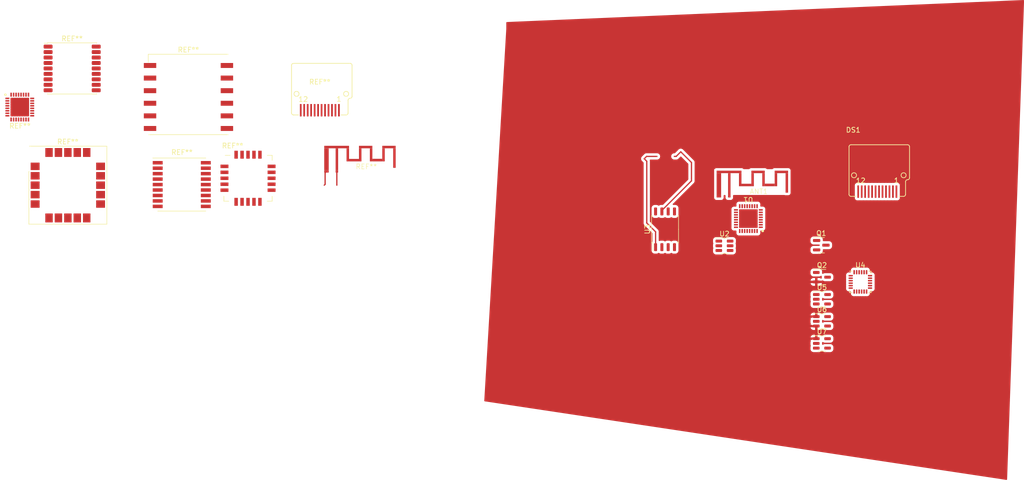
<source format=kicad_pcb>
(kicad_pcb (version 20221018) (generator pcbnew)
  (layers (0 "F.Cu" signal) (31 "B.Cu" signal) (34 "B.Paste" user) (35 "F.Paste" user) (36 "B.SilkS" user "B.Silkscreen") (37 "F.SilkS" user "F.Silkscreen") (38 "B.Mask" user) (39 "F.Mask" user) (44 "Edge.Cuts" user))
  (net 0 "")
  (net 1 "GND")
  (net 2 "Net-(ANT1-FEED)")
  (net 3 "/Display/TFT_LEDK")
  (net 4 "Net-(DS1-LEDA)")
  (net 5 "/Display/3V3")
  (net 6 "/Display/TFT_D{slash}C")
  (net 7 "/Display/TFT_CS")
  (net 8 "/Display/TFT_SCK")
  (net 9 "/Display/TFT_SDI")
  (net 10 "/Display/TFT_RST")
  (net 11 "Net-(Q1-G)")
  (net 12 "VBUS")
  (net 13 "+5V")
  (net 14 "/Battery&BMS/VBAT")
  (net 15 "Net-(U1-LNA_IN)")
  (net 16 "Net-(C5-Pad1)")
  (net 17 "/ESP32/XTAL_32K_N")
  (net 18 "/ESP32/XTAL_32K_P")
  (net 19 "/ESP32/SPI2_MISO")
  (net 22 "/ESP32/SPI2_QUADHD")
  (net 23 "/ESP32/SPI2_QUADWP")
  (net 24 "+3.3V")
  (net 25 "/ESP32/SPI2_CLK")
  (net 26 "/ESP32/SPI2_MOSI")
  (net 29 "/ESP32/SPI2_CS0")
  (net 30 "Net-(U1-VDD_SPI)")
  (net 31 "Net-(U1-SPIHD)")
  (net 32 "Net-(U1-SPIWP)")
  (net 33 "Net-(U1-SPICS0)")
  (net 34 "Net-(U1-SPICLK)")
  (net 35 "Net-(U1-SPID)")
  (net 36 "Net-(U1-SPIQ)")
  (net 37 "/ESP32/DP+")
  (net 38 "/ESP32/DM-")
  (net 39 "Net-(U1-U0RXD)")
  (net 40 "Net-(U1-U0TXD)")
  (net 41 "/ESP32/XTAL_N")
  (net 42 "/ESP32/XTAL_P")
  (net 43 "/ESP32/D-")
  (net 44 "/ESP32/D+")
  (net 45 "/ESP32/SPI_VDD")
  (net 46 "Net-(U4-CLKIN)")
  (net 53 "/ACCELEROMETER/3V3")
  (net 54 "Net-(U4-REGOUT)")
  (net 55 "Net-(U4-FSYNC)")
  (net 56 "/ACCELEROMETER/MPU_INT")
  (net 62 "Net-(U4-CPOUT)")
  (net 65 "/ACCELEROMETER/MPU_SCL")
  (net 66 "/ACCELEROMETER/MPU_SDA")
  (net 67 "Net-(U5-STAT)")
  (net 68 "Net-(U5-PROG)")
  (net 70 "/Battery&BMS/PWR_EN")
  (net 72 "/Battery&BMS/3V3")
  (footprint "Sensor_Motion:InvenSense_QFN-24_4x4mm_P0.5mm" (layer "F.Cu") (at 240.17 80.455)
    (fp_text reference "U4" (at 0 -3.375) (layer "F.SilkS"))
    (fp_text value "MPU-6050")
    (fp_line (start -2.15 -2.15) (end -1.625 -2.15) (stroke (width 0.15)) (layer "F.SilkS"))
    (fp_line (start -2.15 2.15) (end -2.15 1.625) (stroke (width 0.15)) (layer "F.SilkS"))
    (fp_line (start -2.15 2.15) (end -1.625 2.15) (stroke (width 0.15)) (layer "F.SilkS"))
    (fp_line (start 2.15 -2.15) (end 1.625 -2.15) (stroke (width 0.15)) (layer "F.SilkS"))
    (fp_line (start 2.15 -2.15) (end 2.15 -1.625) (stroke (width 0.15)) (layer "F.SilkS"))
    (fp_line (start 2.15 2.15) (end 1.625 2.15) (stroke (width 0.15)) (layer "F.SilkS"))
    (fp_line (start 2.15 2.15) (end 2.15 1.625) (stroke (width 0.15)) (layer "F.SilkS"))
    (pad "1" smd roundrect (at -1.95 -1.25) (size 0.85 0.3) (layers "F.Cu" "F.Paste" "F.Mask") (net 46 "Net-(U4-CLKIN)"))
    (pad "2" smd roundrect (at -1.95 -0.75) (size 0.85 0.3) (layers "F.Cu" "F.Paste" "F.Mask"))
    (pad "3" smd roundrect (at -1.95 -0.25) (size 0.85 0.3) (layers "F.Cu" "F.Paste" "F.Mask"))
    (pad "4" smd roundrect (at -1.95 0.25) (size 0.85 0.3) (layers "F.Cu" "F.Paste" "F.Mask"))
    (pad "5" smd roundrect (at -1.95 0.75) (size 0.85 0.3) (layers "F.Cu" "F.Paste" "F.Mask"))
    (pad "6" smd roundrect (at -1.95 1.25) (size 0.85 0.3) (layers "F.Cu" "F.Paste" "F.Mask"))
    (pad "7" smd roundrect (at -1.25 1.95 90) (size 0.85 0.3) (layers "F.Cu" "F.Paste" "F.Mask"))
    (pad "8" smd roundrect (at -0.75 1.95 90) (size 0.85 0.3) (layers "F.Cu" "F.Paste" "F.Mask") (net 53 "/ACCELEROMETER/3V3"))
    (pad "9" smd roundrect (at -0.25 1.95 90) (size 0.85 0.3) (layers "F.Cu" "F.Paste" "F.Mask") (net 1 "GND"))
    (pad "10" smd roundrect (at 0.25 1.95 90) (size 0.85 0.3) (layers "F.Cu" "F.Paste" "F.Mask") (net 54 "Net-(U4-REGOUT)"))
    (pad "11" smd roundrect (at 0.75 1.95 90) (size 0.85 0.3) (layers "F.Cu" "F.Paste" "F.Mask") (net 55 "Net-(U4-FSYNC)"))
    (pad "12" smd roundrect (at 1.25 1.95 90) (size 0.85 0.3) (layers "F.Cu" "F.Paste" "F.Mask") (net 56 "/ACCELEROMETER/MPU_INT"))
    (pad "13" smd roundrect (at 1.95 1.25) (size 0.85 0.3) (layers "F.Cu" "F.Paste" "F.Mask") (net 53 "/ACCELEROMETER/3V3"))
    (pad "14" smd roundrect (at 1.95 0.75) (size 0.85 0.3) (layers "F.Cu" "F.Paste" "F.Mask"))
    (pad "15" smd roundrect (at 1.95 0.25) (size 0.85 0.3) (layers "F.Cu" "F.Paste" "F.Mask"))
    (pad "16" smd roundrect (at 1.95 -0.25) (size 0.85 0.3) (layers "F.Cu" "F.Paste" "F.Mask"))
    (pad "17" smd roundrect (at 1.95 -0.75) (size 0.85 0.3) (layers "F.Cu" "F.Paste" "F.Mask"))
    (pad "18" smd roundrect (at 1.95 -1.25) (size 0.85 0.3) (layers "F.Cu" "F.Paste" "F.Mask") (net 1 "GND"))
    (pad "19" smd roundrect (at 1.25 -1.95 90) (size 0.85 0.3) (layers "F.Cu" "F.Paste" "F.Mask"))
    (pad "20" smd roundrect (at 0.75 -1.95 90) (size 0.85 0.3) (layers "F.Cu" "F.Paste" "F.Mask") (net 62 "Net-(U4-CPOUT)"))
    (pad "21" smd roundrect (at 0.25 -1.95 90) (size 0.85 0.3) (layers "F.Cu" "F.Paste" "F.Mask"))
    (pad "22" smd roundrect (at -0.25 -1.95 90) (size 0.85 0.3) (layers "F.Cu" "F.Paste" "F.Mask"))
    (pad "23" smd roundrect (at -0.75 -1.95 90) (size 0.85 0.3) (layers "F.Cu" "F.Paste" "F.Mask") (net 65 "/ACCELEROMETER/MPU_SCL"))
    (pad "24" smd roundrect (at -1.25 -1.95 90) (size 0.85 0.3) (layers "F.Cu" "F.Paste" "F.Mask") (net 66 "/ACCELEROMETER/MPU_SDA"))
    (zone (net 0) (net_name "") (layer "F.Cu") (connect_pads (clearance 0)) (min_thickness 0.254)
      (keepout (tracks not_allowed) (vias not_allowed) (pads not_allowed) (copperpour not_allowed) (footprints allowed))
      (fill (thermal_gap 0.508) (thermal_bridge_width 0.508))
      (polygon (pts (xy 238.795 79.13) (xy 241.545 79.13) (xy 241.545 81.78) (xy 238.795 81.78)))
    )
  )
  (footprint "Project:IFA_2.4GHz" (layer "F.Cu") (at 211.195 63.43)
    (fp_text reference "ANT1" (at 8.5 -1.2 unlocked) (layer "F.SilkS") (effects (font (thickness 0.1))))
    (fp_text value "~")
    (fp_rect (start 0 -4.9) (end 5 -5.4) (fill solid) (layer "F.Cu"))
    (fp_rect (start 0 -0.5) (end 0.9 -4.9) (fill solid) (layer "F.Cu"))
    (fp_rect (start 2.3 -0.5) (end 2.8 -4.9) (fill solid) (layer "F.Cu"))
    (fp_rect (start 4.5 -2.26) (end 5 -4.9) (fill solid) (layer "F.Cu"))
    (fp_rect (start 5 -2.26) (end 7 -2.76) (fill solid) (layer "F.Cu"))
    (fp_rect (start 7 -4.9) (end 9.7 -5.4) (fill solid) (layer "F.Cu"))
    (fp_rect (start 7 -2.26) (end 7.5 -4.9) (fill solid) (layer "F.Cu"))
    (fp_rect (start 9.2 -2.26) (end 9.7 -4.9) (fill solid) (layer "F.Cu"))
    (fp_rect (start 9.7 -2.26) (end 11.7 -2.78) (fill solid) (layer "F.Cu"))
    (fp_rect (start 11.7 -4.9) (end 14.4 -5.4) (fill solid) (layer "F.Cu"))
    (fp_rect (start 11.7 -2.26) (end 12.2 -4.9) (fill solid) (layer "F.Cu"))
    (fp_rect (start 13.9 -0.96) (end 14.4 -4.9) (fill solid) (layer "F.Cu"))
    (pad "1" smd custom (at 0.45 -0.25) (size 0.9 0.5) (layers "F.Cu" "F.Paste" "F.Mask") (net 1 "GND") (options (clearance outline) (anchor rect)) (primitives))
    (pad "2" smd rect (at 2.55 -0.25) (size 0.5 0.5) (layers "F.Cu" "F.Paste" "F.Mask") (net 2 "Net-(ANT1-FEED)"))
    (zone (net 0) (net_name "") (layer "F.Cu") (name "Keepout") (connect_pads (clearance 0)) (min_thickness 0.25)
      (keepout (tracks not_allowed) (vias not_allowed) (pads not_allowed) (copperpour not_allowed) (footprints not_allowed))
      (fill (thermal_gap 0.5) (thermal_bridge_width 0.5))
      (polygon (pts (xy 210.695 57.73) (xy 210.695 62.93) (xy 225.895 62.93) (xy 225.895 57.73)))
    )
  )
  (footprint "RF_GPS:Sierra_XM11X0" (layer "F.Cu") (at 116.713 59.563)
    (fp_text reference "REF**" (at -3.1 -6.55) (layer "F.SilkS"))
    (fp_text value "Sierra_XM11X0")
    (fp_line (start -4.87 4.62) (end -4.87 3.62) (stroke (width 0.12)) (layer "F.SilkS"))
    (fp_line (start -4.6 -4.62) (end -3.6 -4.62) (stroke (width 0.12)) (layer "F.SilkS"))
    (fp_line (start -3.87 4.62) (end -4.87 4.62) (stroke (width 0.12)) (layer "F.SilkS"))
    (fp_line (start 3.87 -4.62) (end 4.87 -4.62) (stroke (width 0.12)) (layer "F.SilkS"))
    (fp_line (start 3.87 4.62) (end 4.87 4.62) (stroke (width 0.12)) (layer "F.SilkS"))
    (fp_line (start 4.87 -4.62) (end 4.87 -3.62) (stroke (width 0.12)) (layer "F.SilkS"))
    (fp_line (start 4.87 4.62) (end 4.87 3.62) (stroke (width 0.12)) (layer "F.SilkS"))
    (pad "1" smd rect (at -4.75 -2.4) (size 1.6 0.7) (layers "F.Cu" "F.Paste" "F.Mask"))
    (pad "2" smd rect (at -4.75 -1.2) (size 1.6 0.7) (layers "F.Cu" "F.Paste" "F.Mask"))
    (pad "3" smd rect (at -4.75 0) (size 1.6 0.7) (layers "F.Cu" "F.Paste" "F.Mask"))
    (pad "4" smd rect (at -4.75 1.2) (size 1.6 0.7) (layers "F.Cu" "F.Paste" "F.Mask"))
    (pad "5" smd rect (at -4.75 2.4) (size 1.6 0.7) (layers "F.Cu" "F.Paste" "F.Mask"))
    (pad "6" smd rect (at -2.4 4.75) (size 0.7 1.6) (layers "F.Cu" "F.Paste" "F.Mask"))
    (pad "7" smd rect (at -1.2 4.75) (size 0.7 1.6) (layers "F.Cu" "F.Paste" "F.Mask"))
    (pad "8" smd rect (at 0 4.75) (size 0.7 1.6) (layers "F.Cu" "F.Paste" "F.Mask"))
    (pad "9" smd rect (at 1.2 4.75) (size 0.7 1.6) (layers "F.Cu" "F.Paste" "F.Mask"))
    (pad "10" smd rect (at 2.4 4.75) (size 0.7 1.6) (layers "F.Cu" "F.Paste" "F.Mask"))
    (pad "11" smd rect (at 4.75 2.4) (size 1.6 0.7) (layers "F.Cu" "F.Paste" "F.Mask"))
    (pad "12" smd rect (at 4.75 1.2) (size 1.6 0.7) (layers "F.Cu" "F.Paste" "F.Mask"))
    (pad "13" smd rect (at 4.75 0) (size 1.6 0.7) (layers "F.Cu" "F.Paste" "F.Mask"))
    (pad "14" smd rect (at 4.75 -1.2) (size 1.6 0.7) (layers "F.Cu" "F.Paste" "F.Mask"))
    (pad "15" smd rect (at 4.75 -2.4) (size 1.6 0.7) (layers "F.Cu" "F.Paste" "F.Mask"))
    (pad "16" smd rect (at 2.4 -4.75) (size 0.7 1.6) (layers "F.Cu" "F.Paste" "F.Mask"))
    (pad "17" smd rect (at 1.2 -4.75) (size 0.7 1.6) (layers "F.Cu" "F.Paste" "F.Mask"))
    (pad "18" smd rect (at 0 -4.75) (size 0.7 1.6) (layers "F.Cu" "F.Paste" "F.Mask"))
    (pad "19" smd rect (at -1.2 -4.75) (size 0.7 1.6) (layers "F.Cu" "F.Paste" "F.Mask"))
    (pad "20" smd rect (at -2.4 -4.75) (size 0.7 1.6) (layers "F.Cu" "F.Paste" "F.Mask"))
  )
  (footprint "Project:GC9A01_TOP" (layer "F.Cu") (at 243.816 56.176)
    (fp_text reference "DS1" (at -5.08 -6.35 unlocked) (layer "F.SilkS"))
    (fp_text value "~")
    (fp_text user "1" (at 3.62 3.83) (layer "F.SilkS"))
    (fp_text user "12" (at -3.58 3.88) (layer "F.SilkS"))
    (fp_line (start -5.93 -2.97) (end -5.93 6.63) (stroke (width 0.15)) (layer "F.SilkS"))
    (fp_line (start -5.53 7.03) (end -4.53 7.03) (stroke (width 0.15)) (layer "F.SilkS"))
    (fp_line (start 4.07 7.03) (end 5.07 7.03) (stroke (width 0.15)) (layer "F.SilkS"))
    (fp_line (start 5.47 4.08) (end 5.47 6.68) (stroke (width 0.15)) (layer "F.SilkS"))
    (fp_line (start 5.87 -3.37) (end -5.53 -3.37) (stroke (width 0.15)) (layer "F.SilkS"))
    (fp_line (start 6.27 -2.97) (end 6.27 3.28) (stroke (width 0.15)) (layer "F.SilkS"))
    (fp_arc (start -5.93 -2.97) (mid -5.812843 -3.252843) (end -5.53 -3.37) (stroke (width 0.15)) (layer "F.SilkS"))
    (fp_arc (start -5.53 7.03) (mid -5.812843 6.912843) (end -5.93 6.63) (stroke (width 0.15)) (layer "F.SilkS"))
    (fp_arc (start 5.47 4.08) (mid 5.587157 3.797157) (end 5.87 3.68) (stroke (width 0.15)) (layer "F.SilkS"))
    (fp_arc (start 5.47 6.63) (mid 5.352843 6.912843) (end 5.07 7.03) (stroke (width 0.15)) (layer "F.SilkS"))
    (fp_arc (start 5.87 -3.37) (mid 6.152843 -3.252843) (end 6.27 -2.97) (stroke (width 0.15)) (layer "F.SilkS"))
    (fp_arc (start 6.27 3.28) (mid 6.152843 3.562843) (end 5.87 3.68) (stroke (width 0.15)) (layer "F.SilkS"))
    (fp_circle (center -4.93 2.78) (end -4.43 2.78) (stroke (width 0.15)) (fill none) (layer "F.SilkS"))
    (fp_circle (center 5.07 2.78) (end 5.57 2.78) (stroke (width 0.15)) (fill none) (layer "F.SilkS"))
    (pad "1" smd rect (at 3.62 6.08) (size 0.35 2.5) (layers "F.Cu" "F.Paste" "F.Mask") (net 1 "GND"))
    (pad "2" smd rect (at 2.92 6.08) (size 0.35 2.5) (layers "F.Cu" "F.Paste" "F.Mask") (net 3 "/Display/TFT_LEDK"))
    (pad "3" smd rect (at 2.22 6.08) (size 0.35 2.5) (layers "F.Cu" "F.Paste" "F.Mask") (net 4 "Net-(DS1-LEDA)"))
    (pad "4" smd rect (at 1.52 6.08) (size 0.35 2.5) (layers "F.Cu" "F.Paste" "F.Mask") (net 5 "/Display/3V3"))
    (pad "5" smd rect (at 0.82 6.08) (size 0.35 2.5) (layers "F.Cu" "F.Paste" "F.Mask") (net 1 "GND"))
    (pad "6" smd rect (at 0.12 6.08) (size 0.35 2.5) (layers "F.Cu" "F.Paste" "F.Mask") (net 1 "GND"))
    (pad "7" smd rect (at -0.58 6.08) (size 0.35 2.5) (layers "F.Cu" "F.Paste" "F.Mask") (net 6 "/Display/TFT_D{slash}C"))
    (pad "8" smd rect (at -1.28 6.08) (size 0.35 2.5) (layers "F.Cu" "F.Paste" "F.Mask") (net 7 "/Display/TFT_CS"))
    (pad "9" smd rect (at -1.98 6.08) (size 0.35 2.5) (layers "F.Cu" "F.Paste" "F.Mask") (net 8 "/Display/TFT_SCK"))
    (pad "10" smd rect (at -2.68 6.08) (size 0.35 2.5) (layers "F.Cu" "F.Paste" "F.Mask") (net 9 "/Display/TFT_SDI"))
    (pad "11" smd rect (at -3.38 6.08) (size 0.35 2.5) (layers "F.Cu" "F.Paste" "F.Mask") (net 10 "/Display/TFT_RST"))
    (pad "12" smd rect (at -4.08 6.08) (size 0.35 2.5) (layers "F.Cu" "F.Paste" "F.Mask") (net 1 "GND"))
  )
  (footprint "Project:IFA_2.4GHz" (layer "F.Cu") (at 132.08 58.42)
    (fp_text reference "REF**" (at 8.5 -1.2 unlocked) (layer "F.SilkS") (effects (font (thickness 0.1))))
    (fp_text value "IFA_2.4GHz")
    (fp_rect (start 0 -4.9) (end 5 -5.4) (fill solid) (layer "F.Cu"))
    (fp_rect (start 0 -0.5) (end 0.9 -4.9) (fill solid) (layer "F.Cu"))
    (fp_rect (start 2.3 -0.5) (end 2.8 -4.9) (fill solid) (layer "F.Cu"))
    (fp_rect (start 4.5 -2.26) (end 5 -4.9) (fill solid) (layer "F.Cu"))
    (fp_rect (start 5 -2.26) (end 7 -2.76) (fill solid) (layer "F.Cu"))
    (fp_rect (start 7 -4.9) (end 9.7 -5.4) (fill solid) (layer "F.Cu"))
    (fp_rect (start 7 -2.26) (end 7.5 -4.9) (fill solid) (layer "F.Cu"))
    (fp_rect (start 9.2 -2.26) (end 9.7 -4.9) (fill solid) (layer "F.Cu"))
    (fp_rect (start 9.7 -2.26) (end 11.7 -2.78) (fill solid) (layer "F.Cu"))
    (fp_rect (start 11.7 -4.9) (end 14.4 -5.4) (fill solid) (layer "F.Cu"))
    (fp_rect (start 11.7 -2.26) (end 12.2 -4.9) (fill solid) (layer "F.Cu"))
    (fp_rect (start 13.9 -0.96) (end 14.4 -4.9) (fill solid) (layer "F.Cu"))
    (pad "1" smd custom (at 0.45 -0.25) (size 0.9 0.5) (layers "F.Cu" "F.Paste" "F.Mask") (options (clearance outline) (anchor rect)) (primitives))
    (pad "2" smd rect (at 2.55 -0.25) (size 0.5 0.5) (layers "F.Cu" "F.Paste" "F.Mask"))
    (zone (net 0) (net_name "") (layer "F.Cu") (name "Keepout") (connect_pads (clearance 0)) (min_thickness 0.25)
      (keepout (tracks not_allowed) (vias not_allowed) (pads not_allowed) (copperpour not_allowed) (footprints not_allowed))
      (fill (thermal_gap 0.5) (thermal_bridge_width 0.5))
      (polygon (pts (xy 131.58 52.72) (xy 131.58 57.92) (xy 146.78 57.92) (xy 146.78 52.72)))
    )
  )
  (footprint "Package_TO_SOT_SMD:SOT-23" (layer "F.Cu") (at 232.29 73.055)
    (fp_text reference "Q1" (at 0 -2.4) (layer "F.SilkS"))
    (fp_text value "2N7002")
    (fp_line (start 0 -1.56) (end -1.675 -1.56) (stroke (width 0.12)) (layer "F.SilkS"))
    (fp_line (start 0 -1.56) (end 0.65 -1.56) (stroke (width 0.12)) (layer "F.SilkS"))
    (fp_line (start 0 1.56) (end -0.65 1.56) (stroke (width 0.12)) (layer "F.SilkS"))
    (fp_line (start 0 1.56) (end 0.65 1.56) (stroke (width 0.12)) (layer "F.SilkS"))
    (pad "1" smd roundrect (at -0.9375 -0.95) (size 1.475 0.6) (layers "F.Cu" "F.Paste" "F.Mask") (net 11 "Net-(Q1-G)"))
    (pad "2" smd roundrect (at -0.9375 0.95) (size 1.475 0.6) (layers "F.Cu" "F.Paste" "F.Mask") (net 1 "GND"))
    (pad "3" smd roundrect (at 0.9375 0) (size 1.475 0.6) (layers "F.Cu" "F.Paste" "F.Mask") (net 3 "/Display/TFT_LEDK"))
  )
  (footprint "RF_GPS:ublox_SAM-M8Q" (layer "F.Cu") (at 80.391 60.96)
    (fp_text reference "REF**" (at 0 -8.75) (layer "F.SilkS"))
    (fp_text value "ublox_SAM-M8Q")
    (fp_line (start -7.86 -2.8) (end -7.86 7.86) (stroke (width 0.12)) (layer "F.SilkS"))
    (fp_line (start -7.86 7.86) (end 7.86 7.86) (stroke (width 0.12)) (layer "F.SilkS"))
    (fp_line (start -7.75 -7.86) (end 7.86 -7.86) (stroke (width 0.12)) (layer "F.SilkS"))
    (fp_line (start 7.86 -7.86) (end 7.86 7.86) (stroke (width 0.12)) (layer "F.SilkS"))
    (pad "1" smd rect (at -6.6 -3.8) (size 1.8 1.5) (layers "F.Cu" "F.Mask"))
    (pad "2" smd rect (at -6.6 -1.9) (size 1.8 1.5) (layers "F.Cu" "F.Mask"))
    (pad "3" smd rect (at -6.6 0) (size 1.8 1.5) (layers "F.Cu" "F.Mask"))
    (pad "4" smd rect (at -6.6 1.9) (size 1.8 1.5) (layers "F.Cu" "F.Mask"))
    (pad "5" smd rect (at -6.6 3.8) (size 1.8 1.5) (layers "F.Cu" "F.Mask"))
    (pad "6" smd rect (at -3.8 6.6) (size 1.5 1.8) (layers "F.Cu" "F.Mask"))
    (pad "7" smd rect (at -1.9 6.6) (size 1.5 1.8) (layers "F.Cu" "F.Mask"))
    (pad "8" smd rect (at 0 6.6) (size 1.5 1.8) (layers "F.Cu" "F.Mask"))
    (pad "9" smd rect (at 1.9 6.6) (size 1.5 1.8) (layers "F.Cu" "F.Mask"))
    (pad "10" smd rect (at 3.8 6.6) (size 1.5 1.8) (layers "F.Cu" "F.Mask"))
    (pad "11" smd rect (at 6.6 3.8) (size 1.8 1.5) (layers "F.Cu" "F.Mask"))
    (pad "12" smd rect (at 6.6 1.9) (size 1.8 1.5) (layers "F.Cu" "F.Mask"))
    (pad "13" smd rect (at 6.6 0) (size 1.8 1.5) (layers "F.Cu" "F.Mask"))
    (pad "14" smd rect (at 6.6 -1.9) (size 1.8 1.5) (layers "F.Cu" "F.Mask"))
    (pad "15" smd rect (at 6.6 -3.8) (size 1.8 1.5) (layers "F.Cu" "F.Mask"))
    (pad "16" smd rect (at 3.8 -6.6) (size 1.5 1.8) (layers "F.Cu" "F.Mask"))
    (pad "17" smd rect (at 1.9 -6.6) (size 1.5 1.8) (layers "F.Cu" "F.Mask"))
    (pad "18" smd rect (at 0 -6.6) (size 1.5 1.8) (layers "F.Cu" "F.Mask"))
    (pad "19" smd rect (at -1.9 -6.6) (size 1.5 1.8) (layers "F.Cu" "F.Mask"))
    (pad "20" smd rect (at -3.8 -6.6) (size 1.5 1.8) (layers "F.Cu" "F.Mask"))
  )
  (footprint "Package_TO_SOT_SMD:SOT-23-5" (layer "F.Cu") (at 232.42 83.955)
    (fp_text reference "U5" (at 0 -2.4) (layer "F.SilkS"))
    (fp_text value "MCP73832-2-OT")
    (fp_line (start 0 -1.56) (end -1.8 -1.56) (stroke (width 0.12)) (layer "F.SilkS"))
    (fp_line (start 0 -1.56) (end 0.8 -1.56) (stroke (width 0.12)) (layer "F.SilkS"))
    (fp_line (start 0 1.56) (end -0.8 1.56) (stroke (width 0.12)) (layer "F.SilkS"))
    (fp_line (start 0 1.56) (end 0.8 1.56) (stroke (width 0.12)) (layer "F.SilkS"))
    (pad "1" smd roundrect (at -1.1375 -0.95) (size 1.325 0.6) (layers "F.Cu" "F.Paste" "F.Mask") (net 67 "Net-(U5-STAT)"))
    (pad "2" smd roundrect (at -1.1375 0) (size 1.325 0.6) (layers "F.Cu" "F.Paste" "F.Mask") (net 1 "GND"))
    (pad "3" smd roundrect (at -1.1375 0.95) (size 1.325 0.6) (layers "F.Cu" "F.Paste" "F.Mask") (net 14 "/Battery&BMS/VBAT"))
    (pad "4" smd roundrect (at 1.1375 0.95) (size 1.325 0.6) (layers "F.Cu" "F.Paste" "F.Mask") (net 12 "VBUS"))
    (pad "5" smd roundrect (at 1.1375 -0.95) (size 1.325 0.6) (layers "F.Cu" "F.Paste" "F.Mask") (net 68 "Net-(U5-PROG)"))
  )
  (footprint "RF_GPS:Quectel_L80-R" (layer "F.Cu") (at 104.707767 42.671767)
    (fp_text reference "REF**" (at 0 -9 -180) (layer "F.SilkS"))
    (fp_text value "Quectel_L80-R")
    (fp_line (start -8.11 -8.11) (end -8.11 -6.5) (stroke (width 0.12)) (layer "F.SilkS"))
    (fp_line (start 8 -8.11) (end -8.11 -8.11) (stroke (width 0.12)) (layer "F.SilkS"))
    (fp_line (start 8 8.11) (end -8 8.11) (stroke (width 0.12)) (layer "F.SilkS"))
    (pad "1" smd rect (at -7.75 -5.85 180) (size 2.5 1) (layers "F.Cu" "F.Paste" "F.Mask"))
    (pad "2" smd rect (at -7.75 -3.31 180) (size 2.5 1) (layers "F.Cu" "F.Paste" "F.Mask"))
    (pad "3" smd rect (at -7.75 -0.77 180) (size 2.5 1) (layers "F.Cu" "F.Paste" "F.Mask"))
    (pad "4" smd rect (at -7.75 1.77 180) (size 2.5 1) (layers "F.Cu" "F.Paste" "F.Mask"))
    (pad "5" smd rect (at -7.75 4.31 180) (size 2.5 1) (layers "F.Cu" "F.Paste" "F.Mask"))
    (pad "6" smd rect (at -7.75 6.85 180) (size 2.5 1) (layers "F.Cu" "F.Paste" "F.Mask"))
    (pad "7" smd rect (at 7.75 6.85 180) (size 2.5 1) (layers "F.Cu" "F.Paste" "F.Mask"))
    (pad "8" smd rect (at 7.75 4.31 180) (size 2.5 1) (layers "F.Cu" "F.Paste" "F.Mask"))
    (pad "9" smd rect (at 7.75 1.77 180) (size 2.5 1) (layers "F.Cu" "F.Paste" "F.Mask"))
    (pad "10" smd rect (at 7.75 -0.77 180) (size 2.5 1) (layers "F.Cu" "F.Paste" "F.Mask"))
    (pad "11" smd rect (at 7.75 -3.31 180) (size 2.5 1) (layers "F.Cu" "F.Paste" "F.Mask"))
    (pad "12" smd rect (at 7.75 -5.85 180) (size 2.5 1) (layers "F.Cu" "F.Paste" "F.Mask"))
    (zone (net 0) (net_name "") (layer "F.Cu") (connect_pads (clearance 0)) (min_thickness 0.254)
      (keepout (tracks not_allowed) (vias not_allowed) (pads not_allowed) (copperpour not_allowed) (footprints not_allowed))
      (fill (thermal_gap 0.508) (thermal_bridge_width 0.508))
      (polygon (pts (xy 105.362542 42.041767) (xy 105.343479 41.823878) (xy 105.28687 41.612609) (xy 105.194434 41.41438) (xy 105.06898 41.235213) (xy 104.914321 41.080554) (xy 104.735155 40.9551) (xy 104.536925 40.862664) (xy 104.325656 40.806055) (xy 104.107767 40.786992) (xy 103.889878 40.806055) (xy 103.678609 40.862664) (xy 103.48038 40.9551) (xy 103.301213 41.080554) (xy 103.146554 41.235213) (xy 103.0211 41.41438) (xy 102.928664 41.612609) (xy 102.872055 41.823878) (xy 102.852992 42.041767) (xy 102.872055 42.259656) (xy 102.928664 42.470925) (xy 103.0211 42.669154) (xy 103.146554 42.848321) (xy 103.301213 43.00298) (xy 103.480379 43.128434) (xy 103.678609 43.22087) (xy 103.889878 43.277479) (xy 104.107767 43.296542) (xy 104.325656 43.277479) (xy 104.536925 43.22087) (xy 104.735155 43.128434) (xy 104.914321 43.00298) (xy 105.06898 42.848321) (xy 105.194434 42.669154) (xy 105.28687 42.470925) (xy 105.343479 42.259656)))
    )
  )
  (footprint "RF_GPS:SIM28ML" (layer "F.Cu") (at 103.354 60.833)
    (fp_text reference "REF**" (at 0.05 -6.5) (layer "F.SilkS"))
    (fp_text value "SIM28ML")
    (fp_line (start -5.85 -5.35) (end 4.85 -5.35) (stroke (width 0.12)) (layer "F.SilkS"))
    (fp_line (start -4.85 5.35) (end 4.85 5.35) (stroke (width 0.12)) (layer "F.SilkS"))
    (pad "1" smd rect (at -4.85 -4.4) (size 2 0.7) (layers "F.Cu" "F.Paste" "F.Mask"))
    (pad "2" smd rect (at -4.85 -3.3) (size 2 0.7) (layers "F.Cu" "F.Paste" "F.Mask"))
    (pad "3" smd rect (at -4.85 -2.2) (size 2 0.7) (layers "F.Cu" "F.Paste" "F.Mask"))
    (pad "4" smd rect (at -4.85 -1.1) (size 2 0.7) (layers "F.Cu" "F.Paste" "F.Mask"))
    (pad "5" smd rect (at -4.85 0) (size 2 0.7) (layers "F.Cu" "F.Paste" "F.Mask"))
    (pad "6" smd rect (at -4.85 1.1) (size 2 0.7) (layers "F.Cu" "F.Paste" "F.Mask"))
    (pad "7" smd rect (at -4.85 2.2) (size 2 0.7) (layers "F.Cu" "F.Paste" "F.Mask"))
    (pad "8" smd rect (at -4.85 3.3) (size 2 0.7) (layers "F.Cu" "F.Paste" "F.Mask"))
    (pad "9" smd rect (at -4.85 4.4) (size 2 0.7) (layers "F.Cu" "F.Paste" "F.Mask"))
    (pad "10" smd rect (at 4.85 4.4) (size 2 0.7) (layers "F.Cu" "F.Paste" "F.Mask"))
    (pad "11" smd rect (at 4.85 3.3) (size 2 0.7) (layers "F.Cu" "F.Paste" "F.Mask"))
    (pad "12" smd rect (at 4.85 2.2) (size 2 0.7) (layers "F.Cu" "F.Paste" "F.Mask"))
    (pad "13" smd rect (at 4.85 1.1) (size 2 0.7) (layers "F.Cu" "F.Paste" "F.Mask"))
    (pad "14" smd rect (at 4.85 0) (size 2 0.7) (layers "F.Cu" "F.Paste" "F.Mask"))
    (pad "15" smd rect (at 4.85 -1.1) (size 2 0.7) (layers "F.Cu" "F.Paste" "F.Mask"))
    (pad "16" smd rect (at 4.85 -2.2) (size 2 0.7) (layers "F.Cu" "F.Paste" "F.Mask"))
    (pad "17" smd rect (at 4.85 -3.3) (size 2 0.7) (layers "F.Cu" "F.Paste" "F.Mask"))
    (pad "18" smd rect (at 4.85 -4.4) (size 2 0.7) (layers "F.Cu" "F.Paste" "F.Mask"))
  )
  (footprint "Package_TO_SOT_SMD:SOT-23-5" (layer "F.Cu") (at 232.42 88.405)
    (fp_text reference "U6" (at 0 -2.4) (layer "F.SilkS"))
    (fp_text value "XC6210B332MR")
    (fp_line (start 0 -1.56) (end -1.8 -1.56) (stroke (width 0.12)) (layer "F.SilkS"))
    (fp_line (start 0 -1.56) (end 0.8 -1.56) (stroke (width 0.12)) (layer "F.SilkS"))
    (fp_line (start 0 1.56) (end -0.8 1.56) (stroke (width 0.12)) (layer "F.SilkS"))
    (fp_line (start 0 1.56) (end 0.8 1.56) (stroke (width 0.12)) (layer "F.SilkS"))
    (pad "1" smd roundrect (at -1.1375 -0.95) (size 1.325 0.6) (layers "F.Cu" "F.Paste" "F.Mask") (net 13 "+5V"))
    (pad "2" smd roundrect (at -1.1375 0) (size 1.325 0.6) (layers "F.Cu" "F.Paste" "F.Mask") (net 1 "GND"))
    (pad "3" smd roundrect (at -1.1375 0.95) (size 1.325 0.6) (layers "F.Cu" "F.Paste" "F.Mask") (net 13 "+5V"))
    (pad "4" smd roundrect (at 1.1375 0.95) (size 1.325 0.6) (layers "F.Cu" "F.Paste" "F.Mask"))
    (pad "5" smd roundrect (at 1.1375 -0.95) (size 1.325 0.6) (layers "F.Cu" "F.Paste" "F.Mask") (net 24 "+3.3V"))
  )
  (footprint "RF_GPS:Quectel_L70-R" (layer "F.Cu") (at 81.256 37.42)
    (fp_text reference "REF**" (at 0 -6) (layer "F.SilkS"))
    (fp_text value "Quectel_L70-R")
    (fp_line (start -5.65 -5.06) (end -4.96 -5.06) (stroke (width 0.12)) (layer "F.SilkS"))
    (fp_line (start -4.96 -5.16) (end -4.96 -5.06) (stroke (width 0.12)) (layer "F.SilkS"))
    (fp_line (start -4.96 -5.16) (end 4.96 -5.16) (stroke (width 0.12)) (layer "F.SilkS"))
    (fp_line (start -4.96 5.06) (end -4.96 5.16) (stroke (width 0.12)) (layer "F.SilkS"))
    (fp_line (start -4.96 5.16) (end 4.96 5.16) (stroke (width 0.12)) (layer "F.SilkS"))
    (fp_line (start 4.96 -5.16) (end 4.96 -5.06) (stroke (width 0.12)) (layer "F.SilkS"))
    (fp_line (start 4.96 5.06) (end 4.96 5.16) (stroke (width 0.12)) (layer "F.SilkS"))
    (pad "1" smd roundrect (at -4.85 -4.4) (size 1.8 0.8) (layers "F.Cu" "F.Paste" "F.Mask"))
    (pad "2" smd roundrect (at -4.85 -3.3) (size 1.8 0.8) (layers "F.Cu" "F.Paste" "F.Mask"))
    (pad "3" smd roundrect (at -4.85 -2.2) (size 1.8 0.8) (layers "F.Cu" "F.Paste" "F.Mask"))
    (pad "4" smd roundrect (at -4.85 -1.1) (size 1.8 0.8) (layers "F.Cu" "F.Paste" "F.Mask"))
    (pad "5" smd roundrect (at -4.85 0) (size 1.8 0.8) (layers "F.Cu" "F.Paste" "F.Mask"))
    (pad "6" smd roundrect (at -4.85 1.1) (size 1.8 0.8) (layers "F.Cu" "F.Paste" "F.Mask"))
    (pad "7" smd roundrect (at -4.85 2.2) (size 1.8 0.8) (layers "F.Cu" "F.Paste" "F.Mask"))
    (pad "8" smd roundrect (at -4.85 3.3) (size 1.8 0.8) (layers "F.Cu" "F.Paste" "F.Mask"))
    (pad "9" smd roundrect (at -4.85 4.4) (size 1.8 0.8) (layers "F.Cu" "F.Paste" "F.Mask"))
    (pad "10" smd roundrect (at 4.85 4.4) (size 1.8 0.8) (layers "F.Cu" "F.Paste" "F.Mask"))
    (pad "11" smd roundrect (at 4.85 3.3) (size 1.8 0.8) (layers "F.Cu" "F.Paste" "F.Mask"))
    (pad "12" smd roundrect (at 4.85 2.2) (size 1.8 0.8) (layers "F.Cu" "F.Paste" "F.Mask"))
    (pad "13" smd roundrect (at 4.85 1.1) (size 1.8 0.8) (layers "F.Cu" "F.Paste" "F.Mask"))
    (pad "14" smd roundrect (at 4.85 0) (size 1.8 0.8) (layers "F.Cu" "F.Paste" "F.Mask"))
    (pad "15" smd roundrect (at 4.85 -1.1) (size 1.8 0.8) (layers "F.Cu" "F.Paste" "F.Mask"))
    (pad "16" smd roundrect (at 4.85 -2.2) (size 1.8 0.8) (layers "F.Cu" "F.Paste" "F.Mask"))
    (pad "17" smd roundrect (at 4.85 -3.3) (size 1.8 0.8) (layers "F.Cu" "F.Paste" "F.Mask"))
    (pad "18" smd roundrect (at 4.85 -4.4) (size 1.8 0.8) (layers "F.Cu" "F.Paste" "F.Mask"))
  )
  (footprint "Footprint:VFQFN-32" (layer "F.Cu") (at 70.739 45.212)
    (fp_text reference "REF**" (at 0 3.81 unlocked) (layer "F.SilkS"))
    (fp_text value "VFQFN-32")
    (fp_circle (center -2.94 -2.5) (end -2.94 -2.375) (stroke (width 0.25)) (fill none) (layer "F.SilkS"))
    (pad "1" smd rect (at -2.54 -1.75 90) (size 0.3 0.8) (layers "F.Cu" "F.Paste" "F.Mask"))
    (pad "2" smd rect (at -2.54 -1.25 90) (size 0.3 0.8) (layers "F.Cu" "F.Paste" "F.Mask"))
    (pad "3" smd rect (at -2.54 -0.75 90) (size 0.3 0.8) (layers "F.Cu" "F.Paste" "F.Mask"))
    (pad "4" smd rect (at -2.54 -0.25 90) (size 0.3 0.8) (layers "F.Cu" "F.Paste" "F.Mask"))
    (pad "5" smd rect (at -2.54 0.25 90) (size 0.3 0.8) (layers "F.Cu" "F.Paste" "F.Mask"))
    (pad "6" smd rect (at -2.54 0.75 90) (size 0.3 0.8) (layers "F.Cu" "F.Paste" "F.Mask"))
    (pad "7" smd rect (at -2.54 1.25 90) (size 0.3 0.8) (layers "F.Cu" "F.Paste" "F.Mask"))
    (pad "8" smd rect (at -2.54 1.75 90) (size 0.3 0.8) (layers "F.Cu" "F.Paste" "F.Mask"))
    (pad "9" smd rect (at -1.79 2.5) (size 0.3 0.8) (layers "F.Cu" "F.Paste" "F.Mask"))
    (pad "10" smd rect (at -1.29 2.5) (size 0.3 0.8) (layers "F.Cu" "F.Paste" "F.Mask"))
    (pad "11" smd rect (at -0.79 2.5) (size 0.3 0.8) (layers "F.Cu" "F.Paste" "F.Mask"))
    (pad "12" smd rect (at -0.29 2.5) (size 0.3 0.8) (layers "F.Cu" "F.Paste" "F.Mask"))
    (pad "13" smd rect (at 0.21 2.5) (size 0.3 0.8) (layers "F.Cu" "F.Paste" "F.Mask"))
    (pad "14" smd rect (at 0.71 2.5) (size 0.3 0.8) (layers "F.Cu" "F.Paste" "F.Mask"))
    (pad "15" smd rect (at 1.21 2.5) (size 0.3 0.8) (layers "F.Cu" "F.Paste" "F.Mask"))
    (pad "16" smd rect (at 1.71 2.5) (size 0.3 0.8) (layers "F.Cu" "F.Paste" "F.Mask"))
    (pad "17" smd rect (at 2.46 1.75 90) (size 0.3 0.8) (layers "F.Cu" "F.Paste" "F.Mask"))
    (pad "18" smd rect (at 2.46 1.25 90) (size 0.3 0.8) (layers "F.Cu" "F.Paste" "F.Mask"))
    (pad "19" smd rect (at 2.46 0.75 90) (size 0.3 0.8) (layers "F.Cu" "F.Paste" "F.Mask"))
    (pad "20" smd rect (at 2.46 0.25 90) (size 0.3 0.8) (layers "F.Cu" "F.Paste" "F.Mask"))
    (pad "21" smd rect (at 2.46 -0.25 90) (size 0.3 0.8) (layers "F.Cu" "F.Paste" "F.Mask"))
    (pad "22" smd rect (at 2.46 -0.75 90) (size 0.3 0.8) (layers "F.Cu" "F.Paste" "F.Mask"))
    (pad "23" smd rect (at 2.46 -1.25 90) (size 0.3 0.8) (layers "F.Cu" "F.Paste" "F.Mask"))
    (pad "24" smd rect (at 2.46 -1.75 90) (size 0.3 0.8) (layers "F.Cu" "F.Paste" "F.Mask"))
    (pad "25" smd rect (at 1.71 -2.5) (size 0.3 0.8) (layers "F.Cu" "F.Paste" "F.Mask"))
    (pad "26" smd rect (at 1.21 -2.5) (size 0.3 0.8) (layers "F.Cu" "F.Paste" "F.Mask"))
    (pad "27" smd rect (at 0.71 -2.5) (size 0.3 0.8) (layers "F.Cu" "F.Paste" "F.Mask"))
    (pad "28" smd rect (at 0.21 -2.5) (size 0.3 0.8) (layers "F.Cu" "F.Paste" "F.Mask"))
    (pad "29" smd rect (at -0.29 -2.5) (size 0.3 0.8) (layers "F.Cu" "F.Paste" "F.Mask"))
    (pad "30" smd rect (at -0.79 -2.5) (size 0.3 0.8) (layers "F.Cu" "F.Paste" "F.Mask"))
    (pad "31" smd rect (at -1.29 -2.5) (size 0.3 0.8) (layers "F.Cu" "F.Paste" "F.Mask"))
    (pad "32" smd rect (at -1.79 -2.5) (size 0.3 0.8) (layers "F.Cu" "F.Paste" "F.Mask"))
    (pad "33" smd rect (at -0.04 0) (size 3.75 3.75) (layers "F.Cu" "F.Paste" "F.Mask"))
  )
  (footprint "Package_TO_SOT_SMD:SOT-23-5" (layer "F.Cu") (at 232.42 92.855)
    (fp_text reference "U7" (at 0 -2.4) (layer "F.SilkS"))
    (fp_text value "XC6210B332MR")
    (fp_line (start 0 -1.56) (end -1.8 -1.56) (stroke (width 0.12)) (layer "F.SilkS"))
    (fp_line (start 0 -1.56) (end 0.8 -1.56) (stroke (width 0.12)) (layer "F.SilkS"))
    (fp_line (start 0 1.56) (end -0.8 1.56) (stroke (width 0.12)) (layer "F.SilkS"))
    (fp_line (start 0 1.56) (end 0.8 1.56) (stroke (width 0.12)) (layer "F.SilkS"))
    (pad "1" smd roundrect (at -1.1375 -0.95) (size 1.325 0.6) (layers "F.Cu" "F.Paste" "F.Mask") (net 13 "+5V"))
    (pad "2" smd roundrect (at -1.1375 0) (size 1.325 0.6) (layers "F.Cu" "F.Paste" "F.Mask") (net 1 "GND"))
    (pad "3" smd roundrect (at -1.1375 0.95) (size 1.325 0.6) (layers "F.Cu" "F.Paste" "F.Mask") (net 70 "/Battery&BMS/PWR_EN"))
    (pad "4" smd roundrect (at 1.1375 0.95) (size 1.325 0.6) (layers "F.Cu" "F.Paste" "F.Mask"))
    (pad "5" smd roundrect (at 1.1375 -0.95) (size 1.325 0.6) (layers "F.Cu" "F.Paste" "F.Mask") (net 72 "/Battery&BMS/3V3"))
  )
  (footprint "open-Smartwatch:GC9A01_IPS_display" (layer "F.Cu") (at 131.191 45.593)
    (fp_text reference "REF**" (at 0 -5.45) (layer "F.SilkS"))
    (fp_text value "GC9A01_IPS_display")
    (fp_text user "1" (at 3.85 -2) (layer "F.SilkS"))
    (fp_text user "12" (at -3.35 -1.95) (layer "F.SilkS"))
    (fp_line (start -5.7 -8.8) (end -5.7 0.8) (stroke (width 0.15)) (layer "F.SilkS"))
    (fp_line (start -5.3 1.2) (end -4.3 1.2) (stroke (width 0.15)) (layer "F.SilkS"))
    (fp_line (start 4.3 1.2) (end 5.3 1.2) (stroke (width 0.15)) (layer "F.SilkS"))
    (fp_line (start 5.7 -1.75) (end 5.7 0.85) (stroke (width 0.15)) (layer "F.SilkS"))
    (fp_line (start 6.1 -9.2) (end -5.3 -9.2) (stroke (width 0.15)) (layer "F.SilkS"))
    (fp_line (start 6.5 -8.8) (end 6.5 -2.55) (stroke (width 0.15)) (layer "F.SilkS"))
    (fp_arc (start -5.7 -8.8) (mid -5.582843 -9.082843) (end -5.3 -9.2) (stroke (width 0.15)) (layer "F.SilkS"))
    (fp_arc (start -5.3 1.2) (mid -5.582843 1.082843) (end -5.7 0.8) (stroke (width 0.15)) (layer "F.SilkS"))
    (fp_arc (start 5.7 -1.75) (mid 5.817157 -2.032843) (end 6.1 -2.15) (stroke (width 0.15)) (layer "F.SilkS"))
    (fp_arc (start 5.7 0.8) (mid 5.582843 1.082843) (end 5.3 1.2) (stroke (width 0.15)) (layer "F.SilkS"))
    (fp_arc (start 6.1 -9.2) (mid 6.382843 -9.082843) (end 6.5 -8.8) (stroke (width 0.15)) (layer "F.SilkS"))
    (fp_arc (start 6.5 -2.55) (mid 6.382843 -2.267157) (end 6.1 -2.15) (stroke (width 0.15)) (layer "F.SilkS"))
    (fp_circle (center -4.7 -3.05) (end -4.2 -3.05) (stroke (width 0.15)) (fill none) (layer "F.SilkS"))
    (fp_circle (center 5.3 -3.05) (end 5.8 -3.05) (stroke (width 0.15)) (fill none) (layer "F.SilkS"))
    (pad "1" smd rect (at 3.85 0.25) (size 0.35 2.5) (layers "F.Cu" "F.Paste" "F.Mask"))
    (pad "2" smd rect (at 3.15 0.25) (size 0.35 2.5) (layers "F.Cu" "F.Paste" "F.Mask"))
    (pad "3" smd rect (at 2.45 0.25) (size 0.35 2.5) (layers "F.Cu" "F.Paste" "F.Mask"))
    (pad "4" smd rect (at 1.75 0.25) (size 0.35 2.5) (layers "F.Cu" "F.Paste" "F.Mask"))
    (pad "5" smd rect (at 1.05 0.25) (size 0.35 2.5) (layers "F.Cu" "F.Paste" "F.Mask"))
    (pad "6" smd rect (at 0.35 0.25) (size 0.35 2.5) (layers "F.Cu" "F.Paste" "F.Mask"))
    (pad "7" smd rect (at -0.35 0.25) (size 0.35 2.5) (layers "F.Cu" "F.Paste" "F.Mask"))
    (pad "8" smd rect (at -1.05 0.25) (size 0.35 2.5) (layers "F.Cu" "F.Paste" "F.Mask"))
    (pad "9" smd rect (at -1.75 0.25) (size 0.35 2.5) (layers "F.Cu" "F.Paste" "F.Mask"))
    (pad "10" smd rect (at -2.45 0.25) (size 0.35 2.5) (layers "F.Cu" "F.Paste" "F.Mask"))
    (pad "11" smd rect (at -3.15 0.25) (size 0.35 2.5) (layers "F.Cu" "F.Paste" "F.Mask"))
    (pad "12" smd rect (at -3.85 0.25) (size 0.35 2.5) (layers "F.Cu" "F.Paste" "F.Mask"))
  )
  (footprint "Package_TO_SOT_SMD:SOT-23-3" (layer "F.Cu") (at 232.42 79.505)
    (fp_text reference "Q2" (at 0 -2.4) (layer "F.SilkS"))
    (fp_text value "~")
    (fp_line (start 0 -1.56) (end -1.8 -1.56) (stroke (width 0.12)) (layer "F.SilkS"))
    (fp_line (start 0 -1.56) (end 0.8 -1.56) (stroke (width 0.12)) (layer "F.SilkS"))
    (fp_line (start 0 1.56) (end -0.8 1.56) (stroke (width 0.12)) (layer "F.SilkS"))
    (fp_line (start 0 1.56) (end 0.8 1.56) (stroke (width 0.12)) (layer "F.SilkS"))
    (pad "1" smd roundrect (at -1.1375 -0.95) (size 1.325 0.6) (layers "F.Cu" "F.Paste" "F.Mask") (net 12 "VBUS"))
    (pad "2" smd roundrect (at -1.1375 0.95) (size 1.325 0.6) (layers "F.Cu" "F.Paste" "F.Mask") (net 13 "+5V"))
    (pad "3" smd roundrect (at 1.1375 0) (size 1.325 0.6) (layers "F.Cu" "F.Paste" "F.Mask") (net 14 "/Battery&BMS/VBAT"))
  )
  (footprint "Package_TO_SOT_SMD:SOT-23-6" (layer "F.Cu") (at 212.77 73.175)
    (fp_text reference "U2" (at 0 -2.4) (layer "F.SilkS"))
    (fp_text value "USBLC6-2SC6")
    (fp_line (start 0 -1.56) (end -1.8 -1.56) (stroke (width 0.12)) (layer "F.SilkS"))
    (fp_line (start 0 -1.56) (end 0.8 -1.56) (stroke (width 0.12)) (layer "F.SilkS"))
    (fp_line (start 0 1.56) (end -0.8 1.56) (stroke (width 0.12)) (layer "F.SilkS"))
    (fp_line (start 0 1.56) (end 0.8 1.56) (stroke (width 0.12)) (layer "F.SilkS"))
    (pad "1" smd roundrect (at -1.1375 -0.95) (size 1.325 0.6) (layers "F.Cu" "F.Paste" "F.Mask") (net 37 "/ESP32/DP+"))
    (pad "2" smd roundrect (at -1.1375 0) (size 1.325 0.6) (layers "F.Cu" "F.Paste" "F.Mask") (net 1 "GND"))
    (pad "3" smd roundrect (at -1.1375 0.95) (size 1.325 0.6) (layers "F.Cu" "F.Paste" "F.Mask") (net 38 "/ESP32/DM-"))
    (pad "4" smd roundrect (at 1.1375 0.95) (size 1.325 0.6) (layers "F.Cu" "F.Paste" "F.Mask") (net 43 "/ESP32/D-"))
    (pad "5" smd roundrect (at 1.1375 0) (size 1.325 0.6) (layers "F.Cu" "F.Paste" "F.Mask") (net 24 "+3.3V"))
    (pad "6" smd roundrect (at 1.1375 -0.95) (size 1.325 0.6) (layers "F.Cu" "F.Paste" "F.Mask") (net 44 "/ESP32/D+"))
  )
  (footprint "Footprint:VFQFN-32" (layer "F.Cu") (at 217.551 67.691 180)
    (fp_text reference "U1" (at 0 3.81 180 unlocked) (layer "F.SilkS"))
    (fp_text value "ESP32-C3")
    (fp_circle (center -2.94 -2.5) (end -2.94 -2.375) (stroke (width 0.25)) (fill none) (layer "F.SilkS"))
    (pad "1" smd rect (at -2.54 -1.75 270) (size 0.3 0.8) (layers "F.Cu" "F.Paste" "F.Mask") (net 15 "Net-(U1-LNA_IN)"))
    (pad "2" smd rect (at -2.54 -1.25 270) (size 0.3 0.8) (layers "F.Cu" "F.Paste" "F.Mask") (net 16 "Net-(C5-Pad1)"))
    (pad "3" smd rect (at -2.54 -0.75 270) (size 0.3 0.8) (layers "F.Cu" "F.Paste" "F.Mask") (net 16 "Net-(C5-Pad1)"))
    (pad "4" smd rect (at -2.54 -0.25 270) (size 0.3 0.8) (layers "F.Cu" "F.Paste" "F.Mask") (net 17 "/ESP32/XTAL_32K_N"))
    (pad "5" smd rect (at -2.54 0.25 270) (size 0.3 0.8) (layers "F.Cu" "F.Paste" "F.Mask") (net 18 "/ESP32/XTAL_32K_P"))
    (pad "6" smd rect (at -2.54 0.75 270) (size 0.3 0.8) (layers "F.Cu" "F.Paste" "F.Mask") (net 19 "/ESP32/SPI2_MISO"))
    (pad "7" smd rect (at -2.54 1.25 270) (size 0.3 0.8) (layers "F.Cu" "F.Paste" "F.Mask"))
    (pad "8" smd rect (at -2.54 1.75 270) (size 0.3 0.8) (layers "F.Cu" "F.Paste" "F.Mask"))
    (pad "9" smd rect (at -1.79 2.5 180) (size 0.3 0.8) (layers "F.Cu" "F.Paste" "F.Mask") (net 22 "/ESP32/SPI2_QUADHD"))
    (pad "10" smd rect (at -1.29 2.5 180) (size 0.3 0.8) (layers "F.Cu" "F.Paste" "F.Mask") (net 23 "/ESP32/SPI2_QUADWP"))
    (pad "11" smd rect (at -0.79 2.5 180) (size 0.3 0.8) (layers "F.Cu" "F.Paste" "F.Mask") (net 24 "+3.3V"))
    (pad "12" smd rect (at -0.29 2.5 180) (size 0.3 0.8) (layers "F.Cu" "F.Paste" "F.Mask") (net 25 "/ESP32/SPI2_CLK"))
    (pad "13" smd rect (at 0.21 2.5 180) (size 0.3 0.8) (layers "F.Cu" "F.Paste" "F.Mask") (net 26 "/ESP32/SPI2_MOSI"))
    (pad "14" smd rect (at 0.71 2.5 180) (size 0.3 0.8) (layers "F.Cu" "F.Paste" "F.Mask"))
    (pad "15" smd rect (at 1.21 2.5 180) (size 0.3 0.8) (layers "F.Cu" "F.Paste" "F.Mask"))
    (pad "16" smd rect (at 1.71 2.5 180) (size 0.3 0.8) (layers "F.Cu" "F.Paste" "F.Mask") (net 29 "/ESP32/SPI2_CS0"))
    (pad "17" smd rect (at 2.46 1.75 270) (size 0.3 0.8) (layers "F.Cu" "F.Paste" "F.Mask") (net 24 "+3.3V"))
    (pad "18" smd rect (at 2.46 1.25 270) (size 0.3 0.8) (layers "F.Cu" "F.Paste" "F.Mask") (net 30 "Net-(U1-VDD_SPI)"))
    (pad "19" smd rect (at 2.46 0.75 270) (size 0.3 0.8) (layers "F.Cu" "F.Paste" "F.Mask") (net 31 "Net-(U1-SPIHD)"))
    (pad "20" smd rect (at 2.46 0.25 270) (size 0.3 0.8) (layers "F.Cu" "F.Paste" "F.Mask") (net 32 "Net-(U1-SPIWP)"))
    (pad "21" smd rect (at 2.46 -0.25 270) (size 0.3 0.8) (layers "F.Cu" "F.Paste" "F.Mask") (net 33 "Net-(U1-SPICS0)"))
    (pad "22" smd rect (at 2.46 -0.75 270) (size 0.3 0.8) (layers "F.Cu" "F.Paste" "F.Mask") (net 34 "Net-(U1-SPICLK)"))
    (pad "23" smd rect (at 2.46 -1.25 270) (size 0.3 0.8) (layers "F.Cu" "F.Paste" "F.Mask") (net 35 "Net-(U1-SPID)"))
    (pad "24" smd rect (at 2.46 -1.75 270) (size 0.3 0.8) (layers "F.Cu" "F.Paste" "F.Mask") (net 36 "Net-(U1-SPIQ)"))
    (pad "25" smd rect (at 1.71 -2.5 180) (size 0.3 0.8) (layers "F.Cu" "F.Paste" "F.Mask") (net 37 "/ESP32/DP+"))
    (pad "26" smd rect (at 1.21 -2.5 180) (size 0.3 0.8) (layers "F.Cu" "F.Paste" "F.Mask") (net 38 "/ESP32/DM-"))
    (pad "27" smd rect (at 0.71 -2.5 180) (size 0.3 0.8) (layers "F.Cu" "F.Paste" "F.Mask") (net 39 "Net-(U1-U0RXD)"))
    (pad "28" smd rect (at 0.21 -2.5 180) (size 0.3 0.8) (layers "F.Cu" "F.Paste" "F.Mask") (net 40 "Net-(U1-U0TXD)"))
    (pad "29" smd rect (at -0.29 -2.5 180) (size 0.3 0.8) (layers "F.Cu" "F.Paste" "F.Mask") (net 41 "/ESP32/XTAL_N"))
    (pad "30" smd rect (at -0.79 -2.5 180) (size 0.3 0.8) (layers "F.Cu" "F.Paste" "F.Mask") (net 42 "/ESP32/XTAL_P"))
    (pad "31" smd rect (at -1.29 -2.5 180) (size 0.3 0.8) (layers "F.Cu" "F.Paste" "F.Mask") (net 24 "+3.3V"))
    (pad "32" smd rect (at -1.79 -2.5 180) (size 0.3 0.8) (layers "F.Cu" "F.Paste" "F.Mask") (net 24 "+3.3V"))
    (pad "33" smd rect (at -0.04 0 180) (size 3.75 3.75) (layers "F.Cu" "F.Paste" "F.Mask") (net 1 "GND"))
  )
  (footprint "Package_SO:SOIC-8_5.23x5.23mm_P1.27mm" (layer "F.Cu") (at 200.787 69.85 90)
    (fp_text reference "U3" (at 0 -3.56 90) (layer "F.SilkS"))
    (fp_text value "W25Q128JVS")
    (fp_line (start -2.725 -2.725) (end -2.725 -2.465) (stroke (width 0.12)) (layer "F.SilkS"))
    (fp_line (start -2.725 -2.465) (end -4.4 -2.465) (stroke (width 0.12)) (layer "F.SilkS"))
    (fp_line (start -2.725 2.725) (end -2.725 2.465) (stroke (width 0.12)) (layer "F.SilkS"))
    (fp_line (start 0 -2.725) (end -2.725 -2.725) (stroke (width 0.12)) (layer "F.SilkS"))
    (fp_line (start 0 -2.725) (end 2.725 -2.725) (stroke (width 0.12)) (layer "F.SilkS"))
    (fp_line (start 0 2.725) (end -2.725 2.725) (stroke (width 0.12)) (layer "F.SilkS"))
    (fp_line (start 0 2.725) (end 2.725 2.725) (stroke (width 0.12)) (layer "F.SilkS"))
    (fp_line (start 2.725 -2.725) (end 2.725 -2.465) (stroke (width 0.12)) (layer "F.SilkS"))
    (fp_line (start 2.725 2.725) (end 2.725 2.465) (stroke (width 0.12)) (layer "F.SilkS"))
    (pad "1" smd roundrect (at -3.6 -1.905 90) (size 1.6 0.6) (layers "F.Cu" "F.Paste" "F.Mask") (net 29 "/ESP32/SPI2_CS0"))
    (pad "2" smd roundrect (at -3.6 -0.635 90) (size 1.6 0.6) (layers "F.Cu" "F.Paste" "F.Mask") (net 26 "/ESP32/SPI2_MOSI"))
    (pad "3" smd roundrect (at -3.6 0.635 90) (size 1.6 0.6) (layers "F.Cu" "F.Paste" "F.Mask") (net 23 "/ESP32/SPI2_QUADWP"))
    (pad "4" smd roundrect (at -3.6 1.905 90) (size 1.6 0.6) (layers "F.Cu" "F.Paste" "F.Mask") (net 1 "GND"))
    (pad "5" smd roundrect (at 3.6 1.905 90) (size 1.6 0.6) (layers "F.Cu" "F.Paste" "F.Mask") (net 19 "/ESP32/SPI2_MISO"))
    (pad "6" smd roundrect (at 3.6 0.635 90) (size 1.6 0.6) (layers "F.Cu" "F.Paste" "F.Mask") (net 25 "/ESP32/SPI2_CLK"))
    (pad "7" smd roundrect (at 3.6 -0.635 90) (size 1.6 0.6) (layers "F.Cu" "F.Paste" "F.Mask") (net 22 "/ESP32/SPI2_QUADHD"))
    (pad "8" smd roundrect (at 3.6 -1.905 90) (size 1.6 0.6) (layers "F.Cu" "F.Paste" "F.Mask") (net 45 "/ESP32/SPI_VDD"))
  )
  (segment (start 132.455 58.245) (end 132.53 58.245) (width 0.25) (layer "F.Cu") (net 0))
  (segment (start 134.62 60.96) (end 134.62 58.245) (width 0.25) (layer "F.Cu") (net 0))
  (segment (start 132.255 60.785) (end 132.255 58.445) (width 0.25) (layer "F.Cu") (net 0))
  (segment (start 132.255 58.445) (end 132.455 58.245) (width 0.25) (layer "F.Cu") (net 0))
  (segment (start 134.62 58.245) (end 134.63 58.245) (width 0.25) (layer "F.Cu") (net 0))
  (segment (start 132.08 60.96) (end 132.255 60.785) (width 0.25) (layer "F.Cu") (net 0))
  (segment (start 203.033 55.158) (end 202.664 55.158) (width 0.25) (layer "F.Cu") (net 22))
  (segment (start 200.152 66.048249) (end 206.121 60.079249) (width 0.25) (layer "F.Cu") (net 22))
  (segment (start 200.152 66.25) (end 200.152 66.048249) (width 0.25) (layer "F.Cu") (net 22))
  (segment (start 203.962 54.229) (end 203.033 55.158) (width 0.25) (layer "F.Cu") (net 22))
  (segment (start 206.121 56.388) (end 203.962 54.229) (width 0.25) (layer "F.Cu") (net 22))
  (segment (start 206.121 60.079249) (end 206.121 56.388) (width 0.25) (layer "F.Cu") (net 22))
  (segment (start 198.882 70.358) (end 197.104 68.58) (width 0.25) (layer "F.Cu") (net 29))
  (segment (start 197.104 68.58) (end 197.104 56.134) (width 0.25) (layer "F.Cu") (net 29))
  (segment (start 197.104 56.134) (end 196.596 55.626) (width 0.25) (layer "F.Cu") (net 29))
  (segment (start 197.064 55.158) (end 199.164 55.158) (width 0.25) (layer "F.Cu") (net 29))
  (segment (start 198.882 73.45) (end 198.882 70.358) (width 0.25) (layer "F.Cu") (net 29))
  (segment (start 196.596 55.626) (end 197.064 55.158) (width 0.25) (layer "F.Cu") (net 29))
  (zone (net 13) (net_name "+5V") (layer "F.Cu") (connect_pads (clearance 0.508)) (min_thickness 0.25) (fill yes (thermal_gap 0.5) (thermal_bridge_width 0.5))
    (polygon (pts (xy 168.783 29.464) (xy 164.338 104.521) (xy 269.748 120.396) (xy 273.177 23.622) (xy 168.783 28.067)))
  )
)
</source>
